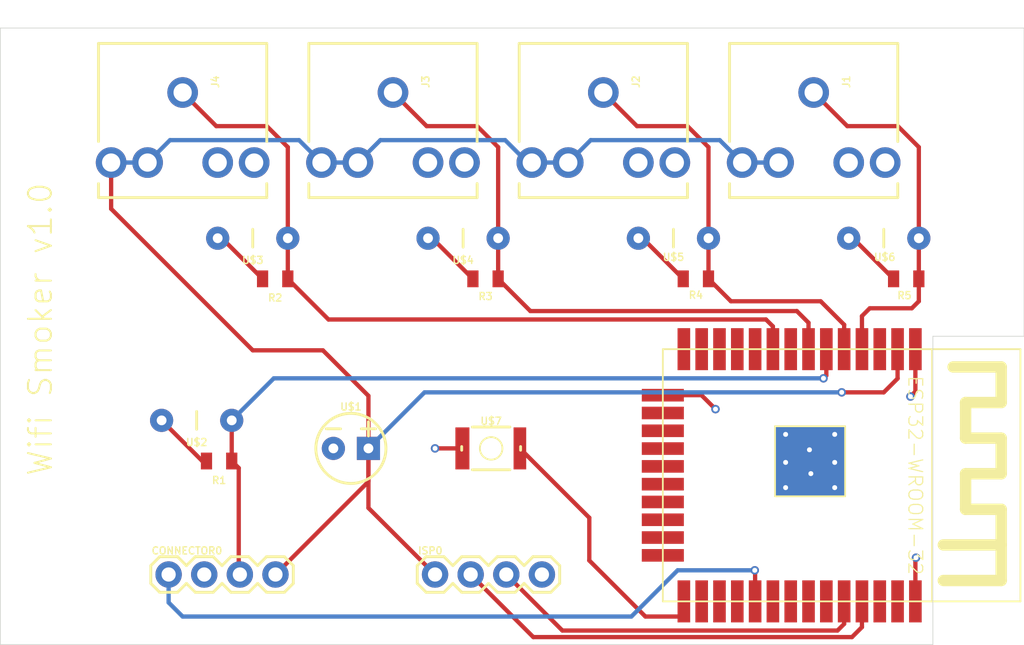
<source format=kicad_pcb>
(kicad_pcb (version 20241229) (generator "pcbnew") (generator_version "9.0")
  (layers (0 "F.Cu" signal) (2 "B.Cu" signal) (13 "F.Paste" user) (15 "B.Paste" user) (5 "F.SilkS" user "F.Silkscreen") (7 "B.SilkS" user "B.Silkscreen") (1 "F.Mask" user) (3 "B.Mask" user) (25 "Edge.Cuts" user))
  (net 0 "")
  (net 1 "VCC")
  (net 2 "TX")
  (net 3 "RX")
  (net 4 "GND")
  (net 5 "HEAT")
  (net 6 "TEMP")
  (net 7 "PROBE1")
  (net 8 "PROBE2")
  (net 9 "PROBE3")
  (net 10 "PROBE4")
  (net 11 "GPIO0")
  (net 12 "N$2")
  (footprint "ControlModule:dummyfp2" (layer "F.Cu") (at 115.5011 123.5036)
    (property "Reference" "UNK_HOLE_2" (hide yes))
    (property "Value" "")
    (pad "" np_thru_hole circle (at 0 0) (size 3.2 3.2) (drill 3.2) (layers "*.Cu" "*.Mask"))
  )
  (footprint "ControlModule:ESP32-WROOM" (layer "F.Cu") (at 159.2451 105.9216 -90)
    (property "Reference" "U$8" (hide yes))
    (property "Value" "ESP32-WROOM" (hide yes))
    (fp_line (start 0 0) (end 18 0) (stroke (width 0.127)) (layer "F.SilkS"))
    (fp_line (start 18 0) (end 18 -19.2) (stroke (width 0.127)) (layer "F.SilkS"))
    (fp_line (start 5.5 -8) (end 10.5 -8) (stroke (width 0.127)) (layer "F.SilkS"))
    (fp_line (start 10.5 -8) (end 10.5 -13) (stroke (width 0.127)) (layer "F.SilkS"))
    (fp_line (start 5.5 -13) (end 5.5 -8) (stroke (width 0.127)) (layer "F.SilkS"))
    (fp_line (start 10.5 -13) (end 5.5 -13) (stroke (width 0.127)) (layer "F.SilkS"))
    (fp_line (start 0 -19.2) (end 0 0) (stroke (width 0.127)) (layer "F.SilkS"))
    (fp_line (start 0 -19.2) (end 18 -19.2) (stroke (width 0.127)) (layer "F.SilkS"))
    (fp_line (start 18 -19.2) (end 18 -25.5) (stroke (width 0.127)) (layer "F.SilkS"))
    (fp_line (start 16.51 -20.0025) (end 16.51 -24.13) (stroke (width 0.8128)) (layer "F.SilkS"))
    (fp_line (start 3.81 -21.59) (end 3.81 -24.13) (stroke (width 0.8128)) (layer "F.SilkS"))
    (fp_line (start 6.35 -21.59) (end 3.81 -21.59) (stroke (width 0.8128)) (layer "F.SilkS"))
    (fp_line (start 8.89 -21.59) (end 8.89 -24.13) (stroke (width 0.8128)) (layer "F.SilkS"))
    (fp_line (start 11.43 -21.59) (end 8.89 -21.59) (stroke (width 0.8128)) (layer "F.SilkS"))
    (fp_line (start 1.27 -24.13) (end 1.27 -20.701) (stroke (width 0.8128)) (layer "F.SilkS"))
    (fp_line (start 3.81 -24.13) (end 1.27 -24.13) (stroke (width 0.8128)) (layer "F.SilkS"))
    (fp_line (start 6.35 -24.13) (end 6.35 -21.59) (stroke (width 0.8128)) (layer "F.SilkS"))
    (fp_line (start 8.89 -24.13) (end 6.35 -24.13) (stroke (width 0.8128)) (layer "F.SilkS"))
    (fp_line (start 11.43 -24.13) (end 11.43 -21.59) (stroke (width 0.8128)) (layer "F.SilkS"))
    (fp_line (start 13.97 -24.13) (end 13.97 -20.0025) (stroke (width 0.8128)) (layer "F.SilkS"))
    (fp_line (start 13.97 -24.13) (end 11.43 -24.13) (stroke (width 0.8128)) (layer "F.SilkS"))
    (fp_line (start 16.51 -24.13) (end 13.97 -24.13) (stroke (width 0.8128)) (layer "F.SilkS"))
    (fp_line (start 0 -25.5) (end 0 -19.2) (stroke (width 0.127)) (layer "F.SilkS"))
    (fp_line (start 18 -25.5) (end 0 -25.5) (stroke (width 0.127)) (layer "F.SilkS"))
    (fp_text user "ESP32-WROOM-32" (at 9 -18 270) (layer "F.SilkS") (effects (font (size 0.981456 0.981456) (thickness 0.085344))))
    (pad "3V3" smd rect (at 0 -16.74 270) (size 3 0.9) (layers "F.Cu" "F.Mask" "F.Paste") (net 1 "VCC"))
    (pad "CLK" smd rect (at 9.635 0) (size 3 0.9) (layers "F.Cu" "F.Mask" "F.Paste"))
    (pad "CMD" smd rect (at 8.365 0) (size 3 0.9) (layers "F.Cu" "F.Mask" "F.Paste"))
    (pad "EN" smd rect (at 0 -15.47 270) (size 3 0.9) (layers "F.Cu" "F.Mask" "F.Paste"))
    (pad "GND1" smd rect (at 0 -18.01 270) (size 3 0.9) (layers "F.Cu" "F.Mask" "F.Paste") (net 4 "GND"))
    (pad "GND2" smd rect (at 3.285 0) (size 3 0.9) (layers "F.Cu" "F.Mask" "F.Paste") (net 4 "GND"))
    (pad "GND3" smd rect (at 18 -18.01 270) (size 3 0.9) (layers "F.Cu" "F.Mask" "F.Paste") (net 4 "GND"))
    (pad "GND4" smd rect (at 8 -10.5 270) (size 5 5) (layers "F.Cu" "F.Mask" "F.Paste") (net 4 "GND"))
    (pad "GND5" smd rect (at 8 -10.5 90) (size 5 5) (layers "B.Cu" "B.Mask" "B.Paste"))
    (pad "IO0" smd rect (at 18 -1.5 270) (size 3 0.9) (layers "F.Cu" "F.Mask" "F.Paste") (net 11 "GPIO0"))
    (pad "IO2" smd rect (at 14.715 0) (size 3 0.9) (layers "F.Cu" "F.Mask" "F.Paste"))
    (pad "IO4" smd rect (at 18 -2.77 270) (size 3 0.9) (layers "F.Cu" "F.Mask" "F.Paste"))
    (pad "IO5" smd rect (at 18 -6.58 270) (size 3 0.9) (layers "F.Cu" "F.Mask" "F.Paste") (net 5 "HEAT"))
    (pad "IO12" smd rect (at 0 -1.5 270) (size 3 0.9) (layers "F.Cu" "F.Mask" "F.Paste") (net 12 "N$2"))
    (pad "IO13" smd rect (at 4.555 0) (size 3 0.9) (layers "F.Cu" "F.Mask" "F.Paste"))
    (pad "IO14" smd rect (at 0 -2.77 270) (size 3 0.9) (layers "F.Cu" "F.Mask" "F.Paste"))
    (pad "IO15" smd rect (at 13.445 0) (size 3 0.9) (layers "F.Cu" "F.Mask" "F.Paste"))
    (pad "IO16" smd rect (at 18 -4.04 270) (size 3 0.9) (layers "F.Cu" "F.Mask" "F.Paste"))
    (pad "IO17" smd rect (at 18 -5.31 270) (size 3 0.9) (layers "F.Cu" "F.Mask" "F.Paste"))
    (pad "IO18" smd rect (at 18 -7.85 270) (size 3 0.9) (layers "F.Cu" "F.Mask" "F.Paste"))
    (pad "IO19" smd rect (at 18 -9.12 270) (size 3 0.9) (layers "F.Cu" "F.Mask" "F.Paste"))
    (pad "IO21" smd rect (at 18 -11.66 270) (size 3 0.9) (layers "F.Cu" "F.Mask" "F.Paste"))
    (pad "IO22" smd rect (at 18 -15.47 270) (size 3 0.9) (layers "F.Cu" "F.Mask" "F.Paste"))
    (pad "IO23" smd rect (at 18 -16.74 270) (size 3 0.9) (layers "F.Cu" "F.Mask" "F.Paste"))
    (pad "IO25" smd rect (at 0 -6.58 270) (size 3 0.9) (layers "F.Cu" "F.Mask" "F.Paste"))
    (pad "IO26" smd rect (at 0 -5.31 270) (size 3 0.9) (layers "F.Cu" "F.Mask" "F.Paste"))
    (pad "IO27" smd rect (at 0 -4.04 270) (size 3 0.9) (layers "F.Cu" "F.Mask" "F.Paste"))
    (pad "IO32" smd rect (at 0 -9.12 270) (size 3 0.9) (layers "F.Cu" "F.Mask" "F.Paste"))
    (pad "IO33" smd rect (at 0 -7.85 270) (size 3 0.9) (layers "F.Cu" "F.Mask" "F.Paste") (net 7 "PROBE1"))
    (pad "IO34" smd rect (at 0 -11.66 270) (size 3 0.9) (layers "F.Cu" "F.Mask" "F.Paste") (net 6 "TEMP"))
    (pad "IO35" smd rect (at 0 -10.39 270) (size 3 0.9) (layers "F.Cu" "F.Mask" "F.Paste") (net 8 "PROBE2"))
    (pad "NC" smd rect (at 18 -10.39 270) (size 3 0.9) (layers "F.Cu" "F.Mask" "F.Paste"))
    (pad "RX" smd rect (at 18 -12.93 270) (size 3 0.9) (layers "F.Cu" "F.Mask" "F.Paste") (net 3 "RX"))
    (pad "SD0" smd rect (at 10.905 0) (size 3 0.9) (layers "F.Cu" "F.Mask" "F.Paste"))
    (pad "SD1" smd rect (at 12.175 0) (size 3 0.9) (layers "F.Cu" "F.Mask" "F.Paste"))
    (pad "SD2" smd rect (at 5.825 0) (size 3 0.9) (layers "F.Cu" "F.Mask" "F.Paste"))
    (pad "SD3" smd rect (at 7.095 0) (size 3 0.9) (layers "F.Cu" "F.Mask" "F.Paste"))
    (pad "SENSOR_VN" smd rect (at 0 -12.93 270) (size 3 0.9) (layers "F.Cu" "F.Mask" "F.Paste") (net 9 "PROBE3"))
    (pad "SENSOR_VP" smd rect (at 0 -14.2 270) (size 3 0.9) (layers "F.Cu" "F.Mask" "F.Paste") (net 10 "PROBE4"))
    (pad "TX" smd rect (at 18 -14.2 270) (size 3 0.9) (layers "F.Cu" "F.Mask" "F.Paste") (net 2 "TX"))
  )
  (footprint "ControlModule:TACTILE_SWITCH_SMD_4X3MM" (layer "F.Cu") (at 147.0011 113.0036)
    (property "Reference" "U$7" (at 0 -1.651 0) (layer "F.SilkS") (effects (font (size 0.512064 0.512064) (thickness 0.097536)) (justify bottom)))
    (property "Value" "TACTILE-SWITCH-SMD-4X3MM")
    (fp_line (start -2.1 -0.13) (end -2.1 0.13) (stroke (width 0.2032)) (layer "F.SilkS"))
    (fp_line (start -1.338 -1.527) (end 1.338 -1.527) (stroke (width 0.2032)) (layer "F.SilkS"))
    (fp_line (start 1.338 1.527) (end -1.338 1.527) (stroke (width 0.2032)) (layer "F.SilkS"))
    (fp_line (start 2.1 0.13) (end 2.1 -0.13) (stroke (width 0.2032)) (layer "F.SilkS"))
    (fp_circle (center 0 0) (end 0.805 0) (stroke (width 0.127)) (fill no) (layer "F.SilkS"))
    (pad "1" smd rect (at -2.05 0 90) (size 2.9972 1) (layers "F.Cu" "F.Mask" "F.Paste") (net 4 "GND"))
    (pad "2" smd rect (at 2.05 0) (size 0.9 2.9972) (layers "F.Cu" "F.Mask" "F.Paste") (net 11 "GPIO0"))
  )
  (footprint "ControlModule:CAP-PTH-5MM" (layer "F.Cu") (at 175.0011 98.0036 180)
    (property "Reference" "U$6" (at -0.0635 -1.651 0) (layer "F.SilkS") (effects (font (size 0.512064 0.512064) (thickness 0.097536)) (justify bottom)))
    (property "Value" "CAP-5.0-PTH")
    (fp_line (start 0 -0.635) (end 0 0.635) (stroke (width 0.2032)) (layer "F.SilkS"))
    (pad "1" thru_hole circle (at -2.5 0 180) (size 1.651 1.651) (drill 0.7) (layers "*.Cu" "*.Mask") (net 10 "PROBE4"))
    (pad "2" thru_hole circle (at 2.5 0 180) (size 1.651 1.651) (drill 0.7) (layers "*.Cu" "*.Mask") (net 4 "GND"))
  )
  (footprint "ControlModule:AUDIO-JACK-KIT" (layer "F.Cu") (at 140.0011 87.6036 -90)
    (property "Reference" "J3" (at -1.27 -2.032 90) (layer "F.SilkS") (effects (font (size 0.512064 0.512064) (thickness 0.097536)) (justify right top)))
    (property "Value" "AUDIO_JACK_3.5MM_KIT")
    (fp_line (start -3.5 6) (end 3.5 6) (stroke (width 0.2032)) (layer "F.SilkS"))
    (fp_line (start 7.5 6) (end 6.5 6) (stroke (width 0.2032)) (layer "F.SilkS"))
    (fp_line (start -3.5 -6) (end -3.5 6) (stroke (width 0.2032)) (layer "F.SilkS"))
    (fp_line (start -3.5 -6) (end 3.5 -6) (stroke (width 0.2032)) (layer "F.SilkS"))
    (fp_line (start 7.5 -6) (end 7.5 6) (stroke (width 0.2032)) (layer "F.SilkS"))
    (fp_line (start 7.5 -6) (end 6.5 -6) (stroke (width 0.2032)) (layer "F.SilkS"))
    (pad "" np_thru_hole circle (at -2.5 -5 270) (size 1.2 1.2) (drill 1.2) (layers "*.Cu" "*.Mask"))
    (pad "" np_thru_hole circle (at -2.5 5 270) (size 1.2 1.2) (drill 1.2) (layers "*.Cu" "*.Mask"))
    (pad "" np_thru_hole circle (at 0 -5 270) (size 1.2 1.2) (drill 1.2) (layers "*.Cu" "*.Mask"))
    (pad "" np_thru_hole circle (at 0 5 270) (size 1.2 1.2) (drill 1.2) (layers "*.Cu" "*.Mask"))
    (pad "" np_thru_hole circle (at 5 0 270) (size 1.2 1.2) (drill 1.2) (layers "*.Cu" "*.Mask"))
    (pad "RING" thru_hole circle (at 5 -5.1 270) (size 2.1844 2.1844) (drill 1.3) (layers "*.Cu"))
    (pad "RSH" thru_hole circle (at 5 -2.5 270) (size 2.1844 2.1844) (drill 1.3) (layers "*.Cu"))
    (pad "SLEEVE" thru_hole circle (at 0 0 270) (size 2.1844 2.1844) (drill 1.3) (layers "*.Cu") (net 8 "PROBE2"))
    (pad "TIP" thru_hole circle (at 5 5.1 270) (size 2.1844 2.1844) (drill 1.3) (layers "*.Cu") (net 1 "VCC"))
    (pad "TSH" thru_hole circle (at 5 2.5 270) (size 2.1844 2.1844) (drill 1.3) (layers "*.Cu") (net 1 "VCC"))
  )
  (footprint "ControlModule:0805" (layer "F.Cu") (at 146.6011 100.9036 180)
    (property "Reference" "R3" (at 0 -0.9525 0) (layer "F.SilkS") (effects (font (size 0.512064 0.512064) (thickness 0.097536)) (justify top)))
    (property "Value" " ")
    (pad "1" smd rect (at -0.9 0 180) (size 0.8 1.2) (layers "F.Cu" "F.Mask" "F.Paste") (net 8 "PROBE2"))
    (pad "2" smd rect (at 0.9 0 180) (size 0.8 1.2) (layers "F.Cu" "F.Mask" "F.Paste") (net 4 "GND"))
  )
  (footprint "ControlModule:dummyfp0" (layer "F.Cu") (at 181.0011 89.0036)
    (property "Reference" "UNK_HOLE_0" (hide yes))
    (property "Value" "")
    (pad "" np_thru_hole circle (at 0 0) (size 3.2 3.2) (drill 3.2) (layers "*.Cu" "*.Mask"))
  )
  (footprint "ControlModule:CAP-PTH-5MM" (layer "F.Cu") (at 160.0011 98.0036 180)
    (property "Reference" "U$5" (at 0 -1.651 0) (layer "F.SilkS") (effects (font (size 0.512064 0.512064) (thickness 0.097536)) (justify bottom)))
    (property "Value" "CAP-5.0-PTH")
    (fp_line (start 0 -0.635) (end 0 0.635) (stroke (width 0.2032)) (layer "F.SilkS"))
    (pad "1" thru_hole circle (at -2.5 0 180) (size 1.651 1.651) (drill 0.7) (layers "*.Cu" "*.Mask") (net 9 "PROBE3"))
    (pad "2" thru_hole circle (at 2.5 0 180) (size 1.651 1.651) (drill 0.7) (layers "*.Cu" "*.Mask") (net 4 "GND"))
  )
  (footprint "ControlModule:dummyfp3" (layer "F.Cu") (at 115.5011 89.0036)
    (property "Reference" "UNK_HOLE_3" (hide yes))
    (property "Value" "")
    (pad "" np_thru_hole circle (at 0 0) (size 3.2 3.2) (drill 3.2) (layers "*.Cu" "*.Mask"))
  )
  (footprint "ControlModule:dummyfp1" (layer "F.Cu") (at 182.0011 101.0036)
    (property "Reference" "UNK_HOLE_1" (hide yes))
    (property "Value" "")
    (pad "" np_thru_hole circle (at 0 0) (size 3.2 3.2) (drill 3.2) (layers "*.Cu" "*.Mask"))
  )
  (footprint "ControlModule:AUDIO-JACK-KIT" (layer "F.Cu") (at 155.0011 87.6036 -90)
    (property "Reference" "J2" (at -1.27 -2.032 90) (layer "F.SilkS") (effects (font (size 0.512064 0.512064) (thickness 0.097536)) (justify right top)))
    (property "Value" "AUDIO_JACK_3.5MM_KIT")
    (fp_line (start -3.5 6) (end 3.5 6) (stroke (width 0.2032)) (layer "F.SilkS"))
    (fp_line (start 7.5 6) (end 6.5 6) (stroke (width 0.2032)) (layer "F.SilkS"))
    (fp_line (start -3.5 -6) (end -3.5 6) (stroke (width 0.2032)) (layer "F.SilkS"))
    (fp_line (start -3.5 -6) (end 3.5 -6) (stroke (width 0.2032)) (layer "F.SilkS"))
    (fp_line (start 7.5 -6) (end 7.5 6) (stroke (width 0.2032)) (layer "F.SilkS"))
    (fp_line (start 7.5 -6) (end 6.5 -6) (stroke (width 0.2032)) (layer "F.SilkS"))
    (pad "" np_thru_hole circle (at -2.5 -5 270) (size 1.2 1.2) (drill 1.2) (layers "*.Cu" "*.Mask"))
    (pad "" np_thru_hole circle (at -2.5 5 270) (size 1.2 1.2) (drill 1.2) (layers "*.Cu" "*.Mask"))
    (pad "" np_thru_hole circle (at 0 -5 270) (size 1.2 1.2) (drill 1.2) (layers "*.Cu" "*.Mask"))
    (pad "" np_thru_hole circle (at 0 5 270) (size 1.2 1.2) (drill 1.2) (layers "*.Cu" "*.Mask"))
    (pad "" np_thru_hole circle (at 5 0 270) (size 1.2 1.2) (drill 1.2) (layers "*.Cu" "*.Mask"))
    (pad "RING" thru_hole circle (at 5 -5.1 270) (size 2.1844 2.1844) (drill 1.3) (layers "*.Cu"))
    (pad "RSH" thru_hole circle (at 5 -2.5 270) (size 2.1844 2.1844) (drill 1.3) (layers "*.Cu"))
    (pad "SLEEVE" thru_hole circle (at 0 0 270) (size 2.1844 2.1844) (drill 1.3) (layers "*.Cu") (net 9 "PROBE3"))
    (pad "TIP" thru_hole circle (at 5 5.1 270) (size 2.1844 2.1844) (drill 1.3) (layers "*.Cu") (net 1 "VCC"))
    (pad "TSH" thru_hole circle (at 5 2.5 270) (size 2.1844 2.1844) (drill 1.3) (layers "*.Cu") (net 1 "VCC"))
  )
  (footprint "ControlModule:0805" (layer "F.Cu") (at 176.6011 100.9036 180)
    (property "Reference" "R5" (at 0.127 -0.889 0) (layer "F.SilkS") (effects (font (size 0.512064 0.512064) (thickness 0.097536)) (justify top)))
    (property "Value" " ")
    (pad "1" smd rect (at -0.9 0 180) (size 0.8 1.2) (layers "F.Cu" "F.Mask" "F.Paste") (net 10 "PROBE4"))
    (pad "2" smd rect (at 0.9 0 180) (size 0.8 1.2) (layers "F.Cu" "F.Mask" "F.Paste") (net 4 "GND"))
  )
  (footprint "ControlModule:CAP-PTH-5MM" (layer "F.Cu") (at 145.0011 98.0036 180)
    (property "Reference" "U$4" (at 0 -1.27 0) (layer "F.SilkS") (effects (font (size 0.512064 0.512064) (thickness 0.097536)) (justify top)))
    (property "Value" "CAP-5.0-PTH")
    (fp_line (start 0 -0.635) (end 0 0.635) (stroke (width 0.2032)) (layer "F.SilkS"))
    (pad "1" thru_hole circle (at -2.5 0 180) (size 1.651 1.651) (drill 0.7) (layers "*.Cu" "*.Mask") (net 8 "PROBE2"))
    (pad "2" thru_hole circle (at 2.5 0 180) (size 1.651 1.651) (drill 0.7) (layers "*.Cu" "*.Mask") (net 4 "GND"))
  )
  (footprint "ControlModule:0805" (layer "F.Cu") (at 161.6011 100.9036 180)
    (property "Reference" "R4" (at 0 -1.4605 0) (layer "F.SilkS") (effects (font (size 0.512064 0.512064) (thickness 0.097536)) (justify bottom)))
    (property "Value" " ")
    (pad "1" smd rect (at -0.9 0 180) (size 0.8 1.2) (layers "F.Cu" "F.Mask" "F.Paste") (net 9 "PROBE3"))
    (pad "2" smd rect (at 0.9 0 180) (size 0.8 1.2) (layers "F.Cu" "F.Mask" "F.Paste") (net 4 "GND"))
  )
  (footprint "ControlModule:AUDIO-JACK-KIT" (layer "F.Cu") (at 125.0011 87.6036 -90)
    (property "Reference" "J4" (at -1.27 -2.032 90) (layer "F.SilkS") (effects (font (size 0.512064 0.512064) (thickness 0.097536)) (justify right top)))
    (property "Value" "AUDIO_JACK_3.5MM_KIT")
    (fp_line (start -3.5 6) (end 3.5 6) (stroke (width 0.2032)) (layer "F.SilkS"))
    (fp_line (start 7.5 6) (end 6.5 6) (stroke (width 0.2032)) (layer "F.SilkS"))
    (fp_line (start -3.5 -6) (end -3.5 6) (stroke (width 0.2032)) (layer "F.SilkS"))
    (fp_line (start -3.5 -6) (end 3.5 -6) (stroke (width 0.2032)) (layer "F.SilkS"))
    (fp_line (start 7.5 -6) (end 7.5 6) (stroke (width 0.2032)) (layer "F.SilkS"))
    (fp_line (start 7.5 -6) (end 6.5 -6) (stroke (width 0.2032)) (layer "F.SilkS"))
    (pad "" np_thru_hole circle (at -2.5 -5 270) (size 1.2 1.2) (drill 1.2) (layers "*.Cu" "*.Mask"))
    (pad "" np_thru_hole circle (at -2.5 5 270) (size 1.2 1.2) (drill 1.2) (layers "*.Cu" "*.Mask"))
    (pad "" np_thru_hole circle (at 0 -5 270) (size 1.2 1.2) (drill 1.2) (layers "*.Cu" "*.Mask"))
    (pad "" np_thru_hole circle (at 0 5 270) (size 1.2 1.2) (drill 1.2) (layers "*.Cu" "*.Mask"))
    (pad "" np_thru_hole circle (at 5 0 270) (size 1.2 1.2) (drill 1.2) (layers "*.Cu" "*.Mask"))
    (pad "RING" thru_hole circle (at 5 -5.1 270) (size 2.1844 2.1844) (drill 1.3) (layers "*.Cu"))
    (pad "RSH" thru_hole circle (at 5 -2.5 270) (size 2.1844 2.1844) (drill 1.3) (layers "*.Cu"))
    (pad "SLEEVE" thru_hole circle (at 0 0 270) (size 2.1844 2.1844) (drill 1.3) (layers "*.Cu") (net 7 "PROBE1"))
    (pad "TIP" thru_hole circle (at 5 5.1 270) (size 2.1844 2.1844) (drill 1.3) (layers "*.Cu") (net 1 "VCC"))
    (pad "TSH" thru_hole circle (at 5 2.5 270) (size 2.1844 2.1844) (drill 1.3) (layers "*.Cu") (net 1 "VCC"))
  )
  (footprint "ControlModule:0805" (layer "F.Cu") (at 131.6011 100.9036 180)
    (property "Reference" "R2" (at 0 -1.651 0) (layer "F.SilkS") (effects (font (size 0.512064 0.512064) (thickness 0.097536)) (justify bottom)))
    (property "Value" " ")
    (pad "1" smd rect (at -0.9 0 180) (size 0.8 1.2) (layers "F.Cu" "F.Mask" "F.Paste") (net 7 "PROBE1"))
    (pad "2" smd rect (at 0.9 0 180) (size 0.8 1.2) (layers "F.Cu" "F.Mask" "F.Paste") (net 4 "GND"))
  )
  (footprint "ControlModule:CAP-PTH-2.5MM-5MM" (layer "F.Cu") (at 137.0011 113.0036)
    (property "Reference" "U$1" (at 0 -2.667 0) (layer "F.SilkS") (effects (font (size 0.512064 0.512064) (thickness 0.097536)) (justify bottom)))
    (property "Value" "CAP-2.56-PTH")
    (fp_line (start -0.742 -1.397) (end -1.758 -1.397) (stroke (width 0.2032)) (layer "F.SilkS"))
    (fp_line (start 1.25 -1.905) (end 1.25 -0.889) (stroke (width 0.2032)) (layer "F.SilkS"))
    (fp_line (start 1.758 -1.397) (end 0.742 -1.397) (stroke (width 0.2032)) (layer "F.SilkS"))
    (fp_circle (center 0 0) (end 2.5 0) (stroke (width 0.2032)) (fill no) (layer "F.SilkS"))
    (pad "1" thru_hole rect (at 1.25 0) (size 1.651 1.651) (drill 0.7) (layers "*.Cu" "*.Mask") (net 1 "VCC"))
    (pad "2" thru_hole circle (at -1.25 0) (size 1.651 1.651) (drill 0.7) (layers "*.Cu" "*.Mask") (net 4 "GND"))
  )
  (footprint "ControlModule:CAP-PTH-5MM" (layer "F.Cu") (at 130.0011 98.0036 180)
    (property "Reference" "U$3" (at 0 -1.27 0) (layer "F.SilkS") (effects (font (size 0.512064 0.512064) (thickness 0.097536)) (justify top)))
    (property "Value" "CAP-5.0-PTH")
    (fp_line (start 0 -0.635) (end 0 0.635) (stroke (width 0.2032)) (layer "F.SilkS"))
    (pad "1" thru_hole circle (at -2.5 0 180) (size 1.651 1.651) (drill 0.7) (layers "*.Cu" "*.Mask") (net 7 "PROBE1"))
    (pad "2" thru_hole circle (at 2.5 0 180) (size 1.651 1.651) (drill 0.7) (layers "*.Cu" "*.Mask") (net 4 "GND"))
  )
  (footprint "ControlModule:AUDIO-JACK-KIT" (layer "F.Cu") (at 170.0011 87.6036 -90)
    (property "Reference" "J1" (at -1.27 -2.032 90) (layer "F.SilkS") (effects (font (size 0.512064 0.512064) (thickness 0.097536)) (justify right top)))
    (property "Value" "AUDIO_JACK_3.5MM_KIT")
    (fp_line (start -3.5 6) (end 3.5 6) (stroke (width 0.2032)) (layer "F.SilkS"))
    (fp_line (start 7.5 6) (end 6.5 6) (stroke (width 0.2032)) (layer "F.SilkS"))
    (fp_line (start -3.5 -6) (end -3.5 6) (stroke (width 0.2032)) (layer "F.SilkS"))
    (fp_line (start -3.5 -6) (end 3.5 -6) (stroke (width 0.2032)) (layer "F.SilkS"))
    (fp_line (start 7.5 -6) (end 7.5 6) (stroke (width 0.2032)) (layer "F.SilkS"))
    (fp_line (start 7.5 -6) (end 6.5 -6) (stroke (width 0.2032)) (layer "F.SilkS"))
    (pad "" np_thru_hole circle (at -2.5 -5 270) (size 1.2 1.2) (drill 1.2) (layers "*.Cu" "*.Mask"))
    (pad "" np_thru_hole circle (at -2.5 5 270) (size 1.2 1.2) (drill 1.2) (layers "*.Cu" "*.Mask"))
    (pad "" np_thru_hole circle (at 0 -5 270) (size 1.2 1.2) (drill 1.2) (layers "*.Cu" "*.Mask"))
    (pad "" np_thru_hole circle (at 0 5 270) (size 1.2 1.2) (drill 1.2) (layers "*.Cu" "*.Mask"))
    (pad "" np_thru_hole circle (at 5 0 270) (size 1.2 1.2) (drill 1.2) (layers "*.Cu" "*.Mask"))
    (pad "RING" thru_hole circle (at 5 -5.1 270) (size 2.1844 2.1844) (drill 1.3) (layers "*.Cu"))
    (pad "RSH" thru_hole circle (at 5 -2.5 270) (size 2.1844 2.1844) (drill 1.3) (layers "*.Cu"))
    (pad "SLEEVE" thru_hole circle (at 0 0 270) (size 2.1844 2.1844) (drill 1.3) (layers "*.Cu") (net 10 "PROBE4"))
    (pad "TIP" thru_hole circle (at 5 5.1 270) (size 2.1844 2.1844) (drill 1.3) (layers "*.Cu") (net 1 "VCC"))
    (pad "TSH" thru_hole circle (at 5 2.5 270) (size 2.1844 2.1844) (drill 1.3) (layers "*.Cu") (net 1 "VCC"))
  )
  (footprint "ControlModule:1X04" (layer "F.Cu") (at 124.0011 122.0036)
    (property "Reference" "CONNECTOR0" (at -1.27 -1.397 0) (layer "F.SilkS") (effects (font (size 0.512064 0.512064) (thickness 0.097536)) (justify left bottom)))
    (property "Value" "")
    (fp_line (start -1.27 -0.635) (end -1.27 0.635) (stroke (width 0.2032)) (layer "F.SilkS"))
    (fp_line (start -1.27 0.635) (end -0.635 1.27) (stroke (width 0.2032)) (layer "F.SilkS"))
    (fp_line (start -0.635 -1.27) (end -1.27 -0.635) (stroke (width 0.2032)) (layer "F.SilkS"))
    (fp_line (start -0.635 -1.27) (end 0.635 -1.27) (stroke (width 0.2032)) (layer "F.SilkS"))
    (fp_line (start 0.635 -1.27) (end 1.27 -0.635) (stroke (width 0.2032)) (layer "F.SilkS"))
    (fp_line (start 0.635 1.27) (end -0.635 1.27) (stroke (width 0.2032)) (layer "F.SilkS"))
    (fp_line (start 1.27 -0.635) (end 1.905 -1.27) (stroke (width 0.2032)) (layer "F.SilkS"))
    (fp_line (start 1.27 0.635) (end 0.635 1.27) (stroke (width 0.2032)) (layer "F.SilkS"))
    (fp_line (start 1.905 -1.27) (end 3.175 -1.27) (stroke (width 0.2032)) (layer "F.SilkS"))
    (fp_line (start 1.905 1.27) (end 1.27 0.635) (stroke (width 0.2032)) (layer "F.SilkS"))
    (fp_line (start 3.175 -1.27) (end 3.81 -0.635) (stroke (width 0.2032)) (layer "F.SilkS"))
    (fp_line (start 3.175 1.27) (end 1.905 1.27) (stroke (width 0.2032)) (layer "F.SilkS"))
    (fp_line (start 3.81 -0.635) (end 4.445 -1.27) (stroke (width 0.2032)) (layer "F.SilkS"))
    (fp_line (start 3.81 0.635) (end 3.175 1.27) (stroke (width 0.2032)) (layer "F.SilkS"))
    (fp_line (start 4.445 -1.27) (end 5.715 -1.27) (stroke (width 0.2032)) (layer "F.SilkS"))
    (fp_line (start 4.445 1.27) (end 3.81 0.635) (stroke (width 0.2032)) (layer "F.SilkS"))
    (fp_line (start 5.715 -1.27) (end 6.35 -0.635) (stroke (width 0.2032)) (layer "F.SilkS"))
    (fp_line (start 5.715 1.27) (end 4.445 1.27) (stroke (width 0.2032)) (layer "F.SilkS"))
    (fp_line (start 6.35 0.635) (end 5.715 1.27) (stroke (width 0.2032)) (layer "F.SilkS"))
    (fp_line (start 6.35 0.635) (end 6.985 1.27) (stroke (width 0.2032)) (layer "F.SilkS"))
    (fp_line (start 6.985 -1.27) (end 6.35 -0.635) (stroke (width 0.2032)) (layer "F.SilkS"))
    (fp_line (start 6.985 -1.27) (end 8.255 -1.27) (stroke (width 0.2032)) (layer "F.SilkS"))
    (fp_line (start 8.255 -1.27) (end 8.89 -0.635) (stroke (width 0.2032)) (layer "F.SilkS"))
    (fp_line (start 8.255 1.27) (end 6.985 1.27) (stroke (width 0.2032)) (layer "F.SilkS"))
    (fp_line (start 8.89 -0.635) (end 8.89 0.635) (stroke (width 0.2032)) (layer "F.SilkS"))
    (fp_line (start 8.89 0.635) (end 8.255 1.27) (stroke (width 0.2032)) (layer "F.SilkS"))
    (pad "1" thru_hole circle (at 0 0 90) (size 1.8796 1.8796) (drill 1.016) (layers "*.Cu" "*.Mask") (net 5 "HEAT"))
    (pad "2" thru_hole circle (at 2.54 0 90) (size 1.8796 1.8796) (drill 1.016) (layers "*.Cu" "*.Mask") (net 4 "GND"))
    (pad "3" thru_hole circle (at 5.08 0 90) (size 1.8796 1.8796) (drill 1.016) (layers "*.Cu" "*.Mask") (net 6 "TEMP"))
    (pad "4" thru_hole circle (at 7.62 0 90) (size 1.8796 1.8796) (drill 1.016) (layers "*.Cu" "*.Mask") (net 1 "VCC"))
  )
  (footprint "ControlModule:CAP-PTH-5MM" (layer "F.Cu") (at 126.0011 111.0036 180)
    (property "Reference" "U$2" (at 0 -1.27 0) (layer "F.SilkS") (effects (font (size 0.512064 0.512064) (thickness 0.097536)) (justify top)))
    (property "Value" "CAP-5.0-PTH")
    (fp_line (start 0 -0.635) (end 0 0.635) (stroke (width 0.2032)) (layer "F.SilkS"))
    (pad "1" thru_hole circle (at -2.5 0 180) (size 1.651 1.651) (drill 0.7) (layers "*.Cu" "*.Mask") (net 6 "TEMP"))
    (pad "2" thru_hole circle (at 2.5 0 180) (size 1.651 1.651) (drill 0.7) (layers "*.Cu" "*.Mask") (net 4 "GND"))
  )
  (footprint "ControlModule:0805" (layer "F.Cu") (at 127.6011 113.9036 180)
    (property "Reference" "R1" (at 0 -1.0795 0) (layer "F.SilkS") (effects (font (size 0.512064 0.512064) (thickness 0.097536)) (justify top)))
    (property "Value" " ")
    (pad "1" smd rect (at -0.9 0 180) (size 0.8 1.2) (layers "F.Cu" "F.Mask" "F.Paste") (net 6 "TEMP"))
    (pad "2" smd rect (at 0.9 0 180) (size 0.8 1.2) (layers "F.Cu" "F.Mask" "F.Paste") (net 4 "GND"))
  )
  (footprint "ControlModule:1X04" (layer "F.Cu") (at 143.0011 122.0036)
    (property "Reference" "ISP0" (at -1.27 -1.397 0) (layer "F.SilkS") (effects (font (size 0.512064 0.512064) (thickness 0.097536)) (justify left bottom)))
    (property "Value" "")
    (fp_line (start -1.27 -0.635) (end -1.27 0.635) (stroke (width 0.2032)) (layer "F.SilkS"))
    (fp_line (start -1.27 0.635) (end -0.635 1.27) (stroke (width 0.2032)) (layer "F.SilkS"))
    (fp_line (start -0.635 -1.27) (end -1.27 -0.635) (stroke (width 0.2032)) (layer "F.SilkS"))
    (fp_line (start -0.635 -1.27) (end 0.635 -1.27) (stroke (width 0.2032)) (layer "F.SilkS"))
    (fp_line (start 0.635 -1.27) (end 1.27 -0.635) (stroke (width 0.2032)) (layer "F.SilkS"))
    (fp_line (start 0.635 1.27) (end -0.635 1.27) (stroke (width 0.2032)) (layer "F.SilkS"))
    (fp_line (start 1.27 -0.635) (end 1.905 -1.27) (stroke (width 0.2032)) (layer "F.SilkS"))
    (fp_line (start 1.27 0.635) (end 0.635 1.27) (stroke (width 0.2032)) (layer "F.SilkS"))
    (fp_line (start 1.905 -1.27) (end 3.175 -1.27) (stroke (width 0.2032)) (layer "F.SilkS"))
    (fp_line (start 1.905 1.27) (end 1.27 0.635) (stroke (width 0.2032)) (layer "F.SilkS"))
    (fp_line (start 3.175 -1.27) (end 3.81 -0.635) (stroke (width 0.2032)) (layer "F.SilkS"))
    (fp_line (start 3.175 1.27) (end 1.905 1.27) (stroke (width 0.2032)) (layer "F.SilkS"))
    (fp_line (start 3.81 -0.635) (end 4.445 -1.27) (stroke (width 0.2032)) (layer "F.SilkS"))
    (fp_line (start 3.81 0.635) (end 3.175 1.27) (stroke (width 0.2032)) (layer "F.SilkS"))
    (fp_line (start 4.445 -1.27) (end 5.715 -1.27) (stroke (width 0.2032)) (layer "F.SilkS"))
    (fp_line (start 4.445 1.27) (end 3.81 0.635) (stroke (width 0.2032)) (layer "F.SilkS"))
    (fp_line (start 5.715 -1.27) (end 6.35 -0.635) (stroke (width 0.2032)) (layer "F.SilkS"))
    (fp_line (start 5.715 1.27) (end 4.445 1.27) (stroke (width 0.2032)) (layer "F.SilkS"))
    (fp_line (start 6.35 0.635) (end 5.715 1.27) (stroke (width 0.2032)) (layer "F.SilkS"))
    (fp_line (start 6.35 0.635) (end 6.985 1.27) (stroke (width 0.2032)) (layer "F.SilkS"))
    (fp_line (start 6.985 -1.27) (end 6.35 -0.635) (stroke (width 0.2032)) (layer "F.SilkS"))
    (fp_line (start 6.985 -1.27) (end 8.255 -1.27) (stroke (width 0.2032)) (layer "F.SilkS"))
    (fp_line (start 8.255 -1.27) (end 8.89 -0.635) (stroke (width 0.2032)) (layer "F.SilkS"))
    (fp_line (start 8.255 1.27) (end 6.985 1.27) (stroke (width 0.2032)) (layer "F.SilkS"))
    (fp_line (start 8.89 -0.635) (end 8.89 0.635) (stroke (width 0.2032)) (layer "F.SilkS"))
    (fp_line (start 8.89 0.635) (end 8.255 1.27) (stroke (width 0.2032)) (layer "F.SilkS"))
    (pad "1" thru_hole circle (at 0 0 90) (size 1.8796 1.8796) (drill 1.016) (layers "*.Cu" "*.Mask") (net 1 "VCC"))
    (pad "2" thru_hole circle (at 2.54 0 90) (size 1.8796 1.8796) (drill 1.016) (layers "*.Cu" "*.Mask") (net 2 "TX"))
    (pad "3" thru_hole circle (at 5.08 0 90) (size 1.8796 1.8796) (drill 1.016) (layers "*.Cu" "*.Mask") (net 3 "RX"))
    (pad "4" thru_hole circle (at 7.62 0 90) (size 1.8796 1.8796) (drill 1.016) (layers "*.Cu" "*.Mask") (net 4 "GND"))
  )
  (gr_line (start 112.0011 83.0036) (end 112.0011 127.0036) (stroke (width 0.05)) (layer "Edge.Cuts"))
  (gr_line (start 185.0011 105.0036) (end 185.0011 83.0036) (stroke (width 0.05)) (layer "Edge.Cuts"))
  (gr_line (start 178.5011 105.0036) (end 185.0011 105.0036) (stroke (width 0.05)) (layer "Edge.Cuts"))
  (gr_line (start 185.0011 83.0036) (end 112.0011 83.0036) (stroke (width 0.05)) (layer "Edge.Cuts"))
  (gr_line (start 178.5011 127.0036) (end 178.5011 105.0036) (stroke (width 0.05)) (layer "Edge.Cuts"))
  (gr_line (start 112.0011 127.0036) (end 178.5011 127.0036) (stroke (width 0.05)) (layer "Edge.Cuts"))
  (gr_text "Wifi Smoker v1.0" (at 115.8111 115.0656 90) (layer "F.SilkS") (effects (font (size 1.63576 1.63576) (thickness 0.14224)) (justify left bottom)))
  (segment (start 138.2511 115.3736) (end 138.2511 113.0036) (width 0.3048) (layer "F.Cu") (net 1))
  (segment (start 175.9851 107.9876) (end 175.9851 108.0196) (width 0.3048) (layer "F.Cu") (net 1))
  (segment (start 138.2511 109.2536) (end 135.0011 106.0036) (width 0.3048) (layer "F.Cu") (net 1))
  (segment (start 130.0011 106.0036) (end 119.9011 95.9036) (width 0.3048) (layer "F.Cu") (net 1))
  (segment (start 135.0011 106.0036) (end 130.0011 106.0036) (width 0.3048) (layer "F.Cu") (net 1))
  (segment (start 175.0011 109.0036) (end 172.0011 109.0036) (width 0.3048) (layer "F.Cu") (net 1))
  (segment (start 143.0011 122.0036) (end 138.2511 117.2536) (width 0.3048) (layer "F.Cu") (net 1))
  (segment (start 175.9851 108.0196) (end 175.0011 109.0036) (width 0.3048) (layer "F.Cu") (net 1))
  (segment (start 175.9851 105.9216) (end 175.9851 107.9876) (width 0.3048) (layer "F.Cu") (net 1))
  (segment (start 138.2511 113.0036) (end 138.2511 109.2536) (width 0.3048) (layer "F.Cu") (net 1))
  (segment (start 131.6211 122.0036) (end 138.2511 115.3736) (width 0.3048) (layer "F.Cu") (net 1))
  (segment (start 138.2511 117.2536) (end 138.2511 113.0036) (width 0.3048) (layer "F.Cu") (net 1))
  (segment (start 119.9011 92.6036) (end 119.9011 95.9036) (width 0.3048) (layer "F.Cu") (net 1))
  (via (at 172.0011 109.0036) (size 0.604) (drill 0.35) (layers "F.Cu" "B.Cu") (net 1))
  (segment (start 164.9011 92.6036) (end 163.3011 91.0036) (width 0.3048) (layer "B.Cu") (net 1))
  (segment (start 133.3011 91.0036) (end 124.1011 91.0036) (width 0.3048) (layer "B.Cu") (net 1))
  (segment (start 148.0011 91.0036) (end 139.1011 91.0036) (width 0.3048) (layer "B.Cu") (net 1))
  (segment (start 142.2511 109.0036) (end 138.2511 113.0036) (width 0.3048) (layer "B.Cu") (net 1))
  (segment (start 149.6011 92.6036) (end 148.0011 91.0036) (width 0.3048) (layer "B.Cu") (net 1))
  (segment (start 124.1011 91.0036) (end 122.5011 92.6036) (width 0.3048) (layer "B.Cu") (net 1))
  (segment (start 152.5011 92.6036) (end 149.9011 92.6036) (width 0.3048) (layer "B.Cu") (net 1))
  (segment (start 149.9011 92.6036) (end 149.6011 92.6036) (width 0.3048) (layer "B.Cu") (net 1))
  (segment (start 122.5011 92.6036) (end 119.9011 92.6036) (width 0.3048) (layer "B.Cu") (net 1))
  (segment (start 154.1011 91.0036) (end 152.5011 92.6036) (width 0.3048) (layer "B.Cu") (net 1))
  (segment (start 167.5011 92.6036) (end 164.9011 92.6036) (width 0.3048) (layer "B.Cu") (net 1))
  (segment (start 137.5011 92.6036) (end 134.9011 92.6036) (width 0.3048) (layer "B.Cu") (net 1))
  (segment (start 134.9011 92.6036) (end 133.3011 91.0036) (width 0.3048) (layer "B.Cu") (net 1))
  (segment (start 139.1011 91.0036) (end 137.5011 92.6036) (width 0.3048) (layer "B.Cu") (net 1))
  (segment (start 172.0011 109.0036) (end 142.2511 109.0036) (width 0.3048) (layer "B.Cu") (net 1))
  (segment (start 163.3011 91.0036) (end 154.1011 91.0036) (width 0.3048) (layer "B.Cu") (net 1))
  (segment (start 172.7345 126.4702) (end 173.4451 125.7596) (width 0.3048) (layer "F.Cu") (net 2))
  (segment (start 173.4451 125.7596) (end 173.4451 123.9216) (width 0.3048) (layer "F.Cu") (net 2))
  (segment (start 145.5411 122.0036) (end 150.0077 126.4702) (width 0.3048) (layer "F.Cu") (net 2))
  (segment (start 150.0077 126.4702) (end 172.7345 126.4702) (width 0.3048) (layer "F.Cu") (net 2))
  (segment (start 148.0811 122.0036) (end 152.0811 126.0036) (width 0.3048) (layer "F.Cu") (net 3))
  (segment (start 152.0811 126.0036) (end 171.7011 126.0036) (width 0.3048) (layer "F.Cu") (net 3))
  (segment (start 172.1751 125.5296) (end 172.1751 123.9216) (width 0.3048) (layer "F.Cu") (net 3))
  (segment (start 171.7011 126.0036) (end 172.1751 125.5296) (width 0.3048) (layer "F.Cu") (net 3))
  (segment (start 130.7011 100.9036) (end 127.8011 98.0036) (width 0.3048) (layer "F.Cu") (net 4))
  (segment (start 157.8011 98.0036) (end 157.5011 98.0036) (width 0.3048) (layer "F.Cu") (net 4))
  (segment (start 177.2551 120.8036) (end 177.3011 120.8036) (width 0.3048) (layer "F.Cu") (net 4))
  (segment (start 126.4011 113.9036) (end 126.7011 113.9036) (width 0.3048) (layer "F.Cu") (net 4))
  (segment (start 172.8011 98.0036) (end 172.5011 98.0036) (width 0.3048) (layer "F.Cu") (net 4))
  (segment (start 177.2551 108.9496) (end 176.9011 109.3036) (width 0.3048) (layer "F.Cu") (net 4))
  (segment (start 160.7011 100.9036) (end 157.8011 98.0036) (width 0.3048) (layer "F.Cu") (net 4))
  (segment (start 142.8011 98.0036) (end 142.5011 98.0036) (width 0.3048) (layer "F.Cu") (net 4))
  (segment (start 177.2551 105.9216) (end 177.2551 108.9496) (width 0.3048) (layer "F.Cu") (net 4))
  (segment (start 144.9511 113.0036) (end 143.0011 113.0036) (width 0.3048) (layer "F.Cu") (net 4))
  (segment (start 175.7011 100.9036) (end 172.8011 98.0036) (width 0.3048) (layer "F.Cu") (net 4))
  (segment (start 162.0041 109.2066) (end 163.0011 110.2036) (width 0.3048) (layer "F.Cu") (net 4))
  (segment (start 123.5011 111.0036) (end 126.4011 113.9036) (width 0.3048) (layer "F.Cu") (net 4))
  (segment (start 145.7011 100.9036) (end 142.8011 98.0036) (width 0.3048) (layer "F.Cu") (net 4))
  (segment (start 159.2451 109.2066) (end 162.0041 109.2066) (width 0.3048) (layer "F.Cu") (net 4))
  (segment (start 127.8011 98.0036) (end 127.5011 98.0036) (width 0.3048) (layer "F.Cu") (net 4))
  (segment (start 177.2551 123.9216) (end 177.2551 120.8036) (width 0.3048) (layer "F.Cu") (net 4))
  (via (at 168.0011 112.0036) (size 0.604) (drill 0.35) (layers "F.Cu" "B.Cu") (net 4))
  (via (at 143.0011 113.0036) (size 0.604) (drill 0.35) (layers "F.Cu" "B.Cu") (net 4))
  (via (at 176.9011 109.3036) (size 0.604) (drill 0.35) (layers "F.Cu" "B.Cu") (net 4))
  (via (at 177.3011 120.8036) (size 0.604) (drill 0.35) (layers "F.Cu" "B.Cu") (net 4))
  (via (at 168.0011 115.8036) (size 0.604) (drill 0.35) (layers "F.Cu" "B.Cu") (net 4))
  (via (at 171.5011 115.8036) (size 0.604) (drill 0.35) (layers "F.Cu" "B.Cu") (net 4))
  (via (at 169.8011 114.8036) (size 0.604) (drill 0.35) (layers "F.Cu" "B.Cu") (net 4))
  (via (at 163.0011 110.2036) (size 0.604) (drill 0.35) (layers "F.Cu" "B.Cu") (net 4))
  (via (at 169.7011 113.1036) (size 0.604) (drill 0.35) (layers "F.Cu" "B.Cu") (net 4))
  (via (at 171.5011 114.0036) (size 0.604) (drill 0.35) (layers "F.Cu" "B.Cu") (net 4))
  (via (at 168.0011 114.0036) (size 0.604) (drill 0.35) (layers "F.Cu" "B.Cu") (net 4))
  (via (at 171.5011 112.0036) (size 0.604) (drill 0.35) (layers "F.Cu" "B.Cu") (net 4))
  (segment (start 165.8251 121.7276) (end 165.8011 121.7036) (width 0.3048) (layer "F.Cu") (net 5))
  (segment (start 165.8251 123.9216) (end 165.8251 121.7276) (width 0.3048) (layer "F.Cu") (net 5))
  (via (at 165.8011 121.7036) (size 0.604) (drill 0.35) (layers "F.Cu" "B.Cu") (net 5))
  (segment (start 165.8011 121.7036) (end 160.3011 121.7036) (width 0.3048) (layer "B.Cu") (net 5))
  (segment (start 124.0011 122.0036) (end 124.0011 124.0036) (width 0.3048) (layer "B.Cu") (net 5))
  (segment (start 157.0011 125.0036) (end 160.3011 121.7036) (width 0.3048) (layer "B.Cu") (net 5))
  (segment (start 125.0011 125.0036) (end 157.0011 125.0036) (width 0.3048) (layer "B.Cu") (net 5))
  (segment (start 124.0011 124.0036) (end 125.0011 125.0036) (width 0.3048) (layer "B.Cu") (net 5))
  (segment (start 170.9051 107.7996) (end 170.7011 108.0036) (width 0.3048) (layer "F.Cu") (net 6))
  (segment (start 129.0811 122.0036) (end 129.0011 121.9236) (width 0.3048) (layer "F.Cu") (net 6))
  (segment (start 128.5011 113.9036) (end 128.5011 111.0036) (width 0.3048) (layer "F.Cu") (net 6))
  (segment (start 170.9051 105.9216) (end 170.9051 107.7996) (width 0.3048) (layer "F.Cu") (net 6))
  (segment (start 129.0011 121.9236) (end 129.0011 114.4036) (width 0.3048) (layer "F.Cu") (net 6))
  (segment (start 129.0011 114.4036) (end 128.5011 113.9036) (width 0.3048) (layer "F.Cu") (net 6))
  (via (at 170.7011 108.0036) (size 0.604) (drill 0.35) (layers "F.Cu" "B.Cu") (net 6))
  (segment (start 131.5011 108.0036) (end 128.5011 111.0036) (width 0.3048) (layer "B.Cu") (net 6))
  (segment (start 170.7011 108.0036) (end 131.5011 108.0036) (width 0.3048) (layer "B.Cu") (net 6))
  (segment (start 166.6011 103.8036) (end 135.4011 103.8036) (width 0.3048) (layer "F.Cu") (net 7))
  (segment (start 132.5011 91.5036) (end 131.0011 90.0036) (width 0.3048) (layer "F.Cu") (net 7))
  (segment (start 125.0011 87.6036) (end 127.4011 90.0036) (width 0.3048) (layer "F.Cu") (net 7))
  (segment (start 167.0951 105.9216) (end 167.0951 104.2976) (width 0.3048) (layer "F.Cu") (net 7))
  (segment (start 135.4011 103.8036) (end 132.5011 100.9036) (width 0.3048) (layer "F.Cu") (net 7))
  (segment (start 131.0011 90.0036) (end 127.4011 90.0036) (width 0.3048) (layer "F.Cu") (net 7))
  (segment (start 132.5011 98.0036) (end 132.5011 100.9036) (width 0.3048) (layer "F.Cu") (net 7))
  (segment (start 132.5011 98.0036) (end 132.5011 91.5036) (width 0.3048) (layer "F.Cu") (net 7))
  (segment (start 167.0951 104.2976) (end 166.6011 103.8036) (width 0.3048) (layer "F.Cu") (net 7))
  (segment (start 147.5011 98.0036) (end 147.5011 91.5036) (width 0.3048) (layer "F.Cu") (net 8))
  (segment (start 169.6351 104.0376) (end 168.8011 103.2036) (width 0.3048) (layer "F.Cu") (net 8))
  (segment (start 147.5011 98.0036) (end 147.5011 100.9036) (width 0.3048) (layer "F.Cu") (net 8))
  (segment (start 146.0011 90.0036) (end 142.4011 90.0036) (width 0.3048) (layer "F.Cu") (net 8))
  (segment (start 147.5011 100.9036) (end 149.8011 103.2036) (width 0.3048) (layer "F.Cu") (net 8))
  (segment (start 147.5011 91.5036) (end 146.0011 90.0036) (width 0.3048) (layer "F.Cu") (net 8))
  (segment (start 140.0011 87.6036) (end 142.4011 90.0036) (width 0.3048) (layer "F.Cu") (net 8))
  (segment (start 149.8011 103.2036) (end 168.8011 103.2036) (width 0.3048) (layer "F.Cu") (net 8))
  (segment (start 169.6351 105.9216) (end 169.6351 104.0376) (width 0.3048) (layer "F.Cu") (net 8))
  (segment (start 172.1751 104.1776) (end 172.1751 105.9216) (width 0.3048) (layer "F.Cu") (net 9))
  (segment (start 162.5011 100.9036) (end 164.1011 102.5036) (width 0.3048) (layer "F.Cu") (net 9))
  (segment (start 162.5011 91.5036) (end 162.5011 98.0036) (width 0.3048) (layer "F.Cu") (net 9))
  (segment (start 157.4011 90.0036) (end 161.0011 90.0036) (width 0.3048) (layer "F.Cu") (net 9))
  (segment (start 161.0011 90.0036) (end 162.5011 91.5036) (width 0.3048) (layer "F.Cu") (net 9))
  (segment (start 164.1011 102.5036) (end 170.5011 102.5036) (width 0.3048) (layer "F.Cu") (net 9))
  (segment (start 170.5011 102.5036) (end 172.1751 104.1776) (width 0.3048) (layer "F.Cu") (net 9))
  (segment (start 155.0011 87.6036) (end 157.4011 90.0036) (width 0.3048) (layer "F.Cu") (net 9))
  (segment (start 162.5011 98.0036) (end 162.5011 100.9036) (width 0.3048) (layer "F.Cu") (net 9))
  (segment (start 173.4451 103.5596) (end 174.0011 103.0036) (width 0.3048) (layer "F.Cu") (net 10))
  (segment (start 177.5011 100.9036) (end 177.5011 102.5036) (width 0.3048) (layer "F.Cu") (net 10))
  (segment (start 174.0011 103.0036) (end 177.0011 103.0036) (width 0.3048) (layer "F.Cu") (net 10))
  (segment (start 177.5011 91.5036) (end 177.5011 98.0036) (width 0.3048) (layer "F.Cu") (net 10))
  (segment (start 173.4451 105.9216) (end 173.4451 103.5596) (width 0.3048) (layer "F.Cu") (net 10))
  (segment (start 170.0011 87.6036) (end 172.4011 90.0036) (width 0.3048) (layer "F.Cu") (net 10))
  (segment (start 176.0011 90.0036) (end 177.5011 91.5036) (width 0.3048) (layer "F.Cu") (net 10))
  (segment (start 177.0011 103.0036) (end 177.5011 102.5036) (width 0.3048) (layer "F.Cu") (net 10))
  (segment (start 172.4011 90.0036) (end 176.0011 90.0036) (width 0.3048) (layer "F.Cu") (net 10))
  (segment (start 177.5011 98.0036) (end 177.5011 100.9036) (width 0.3048) (layer "F.Cu") (net 10))
  (segment (start 161.0011 124.1776) (end 160.7451 123.9216) (width 0.3048) (layer "F.Cu") (net 11))
  (segment (start 154.0011 117.9536) (end 154.0011 121.0036) (width 0.3048) (layer "F.Cu") (net 11))
  (segment (start 161.0011 125.0036) (end 161.0011 124.1776) (width 0.3048) (layer "F.Cu") (net 11))
  (segment (start 149.0511 113.0036) (end 154.0011 117.9536) (width 0.3048) (layer "F.Cu") (net 11))
  (segment (start 154.0011 121.0036) (end 158.0011 125.0036) (width 0.3048) (layer "F.Cu") (net 11))
  (segment (start 158.0011 125.0036) (end 161.0011 125.0036) (width 0.3048) (layer "F.Cu") (net 11))
)
</source>
